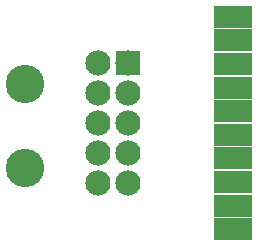
<source format=gbs>
G04 MADE WITH FRITZING*
G04 WWW.FRITZING.ORG*
G04 DOUBLE SIDED*
G04 HOLES PLATED*
G04 CONTOUR ON CENTER OF CONTOUR VECTOR*
%ASAXBY*%
%FSLAX23Y23*%
%MOIN*%
%OFA0B0*%
%SFA1.0B1.0*%
%ADD10C,0.128110*%
%ADD11C,0.084000*%
%ADD12R,0.084000X0.084000*%
%ADD13R,0.128110X0.072992*%
%LNMASK0*%
G90*
G70*
G54D10*
X128Y644D03*
X128Y364D03*
G54D11*
X371Y715D03*
X371Y615D03*
X371Y515D03*
X371Y415D03*
X371Y315D03*
X471Y715D03*
X471Y615D03*
X471Y515D03*
X471Y415D03*
X471Y315D03*
X371Y715D03*
X371Y615D03*
X371Y515D03*
X371Y415D03*
X371Y315D03*
X471Y715D03*
X471Y615D03*
X471Y515D03*
X471Y415D03*
X471Y315D03*
G54D12*
X471Y715D03*
X471Y715D03*
G54D13*
X821Y160D03*
X821Y238D03*
X821Y317D03*
X821Y396D03*
X821Y475D03*
X821Y553D03*
X821Y632D03*
X821Y711D03*
X821Y790D03*
X821Y868D03*
G04 End of Mask0*
M02*
</source>
